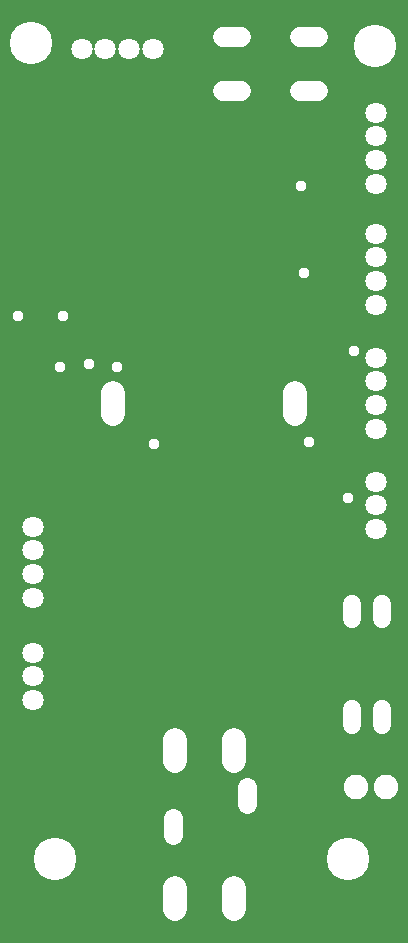
<source format=gbr>
G04 EAGLE Gerber RS-274X export*
G75*
%MOMM*%
%FSLAX34Y34*%
%LPD*%
%INSoldermask Bottom*%
%IPNEG*%
%AMOC8*
5,1,8,0,0,1.08239X$1,22.5*%
G01*
%ADD10C,3.593200*%
%ADD11C,1.524000*%
%ADD12C,2.082800*%
%ADD13C,1.803200*%
%ADD14C,2.003200*%
%ADD15C,1.625600*%
%ADD16C,1.993900*%
%ADD17C,1.727200*%
%ADD18C,0.959600*%


D10*
X46270Y68490D03*
X294320Y68490D03*
X317180Y756920D03*
X25950Y759460D03*
D11*
X323598Y195580D02*
X323598Y182372D01*
X298198Y182372D02*
X298198Y195580D01*
X298198Y271780D02*
X298198Y284988D01*
X323598Y284988D02*
X323598Y271780D01*
D12*
X300992Y129540D03*
X326392Y129540D03*
D13*
X317920Y700560D03*
X317920Y680560D03*
X317920Y660560D03*
X317920Y640560D03*
X317920Y598060D03*
X317920Y578060D03*
X317920Y558060D03*
X317920Y538060D03*
X317920Y493020D03*
X317920Y473020D03*
X317920Y453020D03*
X317920Y433020D03*
D14*
X197720Y169340D02*
X197720Y151340D01*
X147720Y151340D02*
X147720Y169340D01*
X249720Y445340D02*
X249720Y463340D01*
X95720Y463340D02*
X95720Y445340D01*
D15*
X209013Y129444D02*
X209013Y115220D01*
X146172Y103220D02*
X146172Y88996D01*
D13*
X317920Y388300D03*
X317920Y368300D03*
X317920Y348300D03*
D16*
X147720Y44514D02*
X147720Y26607D01*
X197720Y26607D02*
X197720Y44514D01*
D13*
X27520Y203520D03*
X27520Y223520D03*
X27520Y243520D03*
X27520Y290040D03*
X27520Y310040D03*
X27520Y330040D03*
X27520Y350040D03*
X69060Y754800D03*
X89060Y754800D03*
X109060Y754800D03*
X129060Y754800D03*
D17*
X188468Y719074D02*
X203708Y719074D01*
X203708Y764286D02*
X188468Y764286D01*
X253492Y719074D02*
X268732Y719074D01*
X268732Y764286D02*
X253492Y764286D01*
D18*
X294132Y374142D03*
X99060Y485140D03*
X50800Y485140D03*
X75410Y488106D03*
X130302Y419862D03*
X256794Y564642D03*
X299466Y499110D03*
X261366Y422148D03*
X255016Y638810D03*
X15024Y528320D03*
X53467Y528193D03*
M02*

</source>
